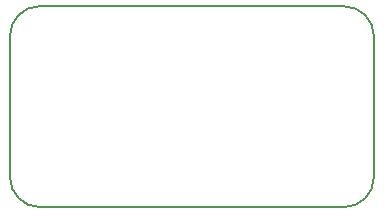
<source format=gbr>
G04 #@! TF.GenerationSoftware,KiCad,Pcbnew,(5.0.0)*
G04 #@! TF.CreationDate,2018-10-08T16:27:30-04:00*
G04 #@! TF.ProjectId,USBPowerSwtich,555342506F7765725377746963682E6B,rev?*
G04 #@! TF.SameCoordinates,Original*
G04 #@! TF.FileFunction,Profile,NP*
%FSLAX46Y46*%
G04 Gerber Fmt 4.6, Leading zero omitted, Abs format (unit mm)*
G04 Created by KiCad (PCBNEW (5.0.0)) date 10/08/18 16:27:30*
%MOMM*%
%LPD*%
G01*
G04 APERTURE LIST*
%ADD10C,0.150000*%
G04 APERTURE END LIST*
D10*
X69600000Y-88500000D02*
G75*
G02X67100000Y-86000000I0J2500000D01*
G01*
X97900000Y-86000000D02*
G75*
G02X95400000Y-88500000I-2500000J0D01*
G01*
X95400000Y-71500000D02*
G75*
G02X97900000Y-74000000I0J-2500000D01*
G01*
X67100000Y-74000000D02*
G75*
G02X69600000Y-71500000I2500000J0D01*
G01*
X95400000Y-71500000D02*
X69600000Y-71500000D01*
X97900000Y-86000000D02*
X97900000Y-74000000D01*
X69600000Y-88500000D02*
X95400000Y-88500000D01*
X67100000Y-74000000D02*
X67100000Y-86000000D01*
M02*

</source>
